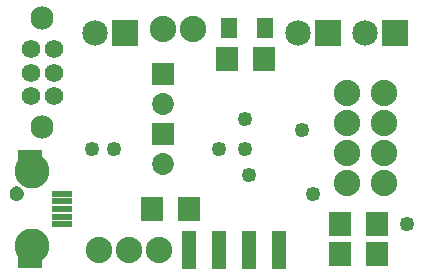
<source format=gbs>
G04 MADE WITH FRITZING*
G04 WWW.FRITZING.ORG*
G04 DOUBLE SIDED*
G04 HOLES PLATED*
G04 CONTOUR ON CENTER OF CONTOUR VECTOR*
%ASAXBY*%
%FSLAX23Y23*%
%MOIN*%
%OFA0B0*%
%SFA1.0B1.0*%
%ADD10C,0.015748*%
%ADD11C,0.061496*%
%ADD12C,0.077244*%
%ADD13C,0.116299*%
%ADD14C,0.049370*%
%ADD15C,0.072992*%
%ADD16C,0.088000*%
%ADD17C,0.085000*%
%ADD18R,0.072992X0.072992*%
%ADD19R,0.057244X0.065118*%
%ADD20R,0.072992X0.084803*%
%ADD21R,0.049370X0.128110*%
%ADD22R,0.065118X0.023780*%
%ADD23R,0.084803X0.080866*%
%ADD24R,0.085000X0.085000*%
%ADD25R,0.001000X0.001000*%
%LNMASK0*%
G90*
G70*
G54D10*
X21Y255D03*
G54D11*
X68Y580D03*
X146Y580D03*
X68Y659D03*
X146Y659D03*
X68Y737D03*
X146Y737D03*
G54D12*
X107Y840D03*
X107Y477D03*
G54D13*
X71Y80D03*
X71Y330D03*
G54D14*
X346Y405D03*
G54D15*
X509Y453D03*
X509Y355D03*
X509Y653D03*
X509Y555D03*
G54D14*
X1009Y255D03*
X784Y405D03*
X796Y317D03*
X696Y405D03*
X971Y467D03*
X784Y505D03*
X1321Y155D03*
X271Y405D03*
G54D16*
X496Y67D03*
X396Y67D03*
X296Y67D03*
X509Y805D03*
X609Y805D03*
X1246Y592D03*
X1246Y492D03*
X1246Y392D03*
X1246Y292D03*
X1121Y592D03*
X1121Y492D03*
X1121Y392D03*
X1121Y292D03*
G54D17*
X384Y792D03*
X284Y792D03*
X1059Y792D03*
X959Y792D03*
X1284Y792D03*
X1184Y792D03*
G54D18*
X509Y453D03*
X509Y653D03*
G54D19*
X848Y809D03*
X730Y809D03*
G54D20*
X1221Y55D03*
X1099Y55D03*
X1221Y155D03*
X1099Y155D03*
X596Y205D03*
X474Y205D03*
X846Y705D03*
X724Y705D03*
G54D21*
X596Y67D03*
X696Y67D03*
X796Y67D03*
X896Y67D03*
G54D22*
X171Y154D03*
X171Y256D03*
X171Y179D03*
X171Y205D03*
X171Y230D03*
G54D23*
X67Y47D03*
X67Y362D03*
G54D24*
X384Y792D03*
X1059Y792D03*
X1284Y792D03*
G54D25*
X16Y279D02*
X26Y279D01*
X13Y278D02*
X28Y278D01*
X11Y277D02*
X30Y277D01*
X9Y276D02*
X32Y276D01*
X8Y275D02*
X34Y275D01*
X7Y274D02*
X35Y274D01*
X5Y273D02*
X36Y273D01*
X4Y272D02*
X37Y272D01*
X3Y271D02*
X38Y271D01*
X3Y270D02*
X39Y270D01*
X2Y269D02*
X40Y269D01*
X1Y268D02*
X41Y268D01*
X0Y267D02*
X41Y267D01*
X0Y266D02*
X42Y266D01*
X0Y265D02*
X42Y265D01*
X0Y264D02*
X43Y264D01*
X0Y263D02*
X43Y263D01*
X0Y262D02*
X44Y262D01*
X0Y261D02*
X44Y261D01*
X0Y260D02*
X44Y260D01*
X0Y259D02*
X45Y259D01*
X0Y258D02*
X45Y258D01*
X0Y257D02*
X45Y257D01*
X0Y256D02*
X45Y256D01*
X0Y255D02*
X45Y255D01*
X0Y254D02*
X45Y254D01*
X0Y253D02*
X45Y253D01*
X0Y252D02*
X45Y252D01*
X0Y251D02*
X44Y251D01*
X0Y250D02*
X44Y250D01*
X0Y249D02*
X44Y249D01*
X0Y248D02*
X43Y248D01*
X0Y247D02*
X43Y247D01*
X0Y246D02*
X43Y246D01*
X0Y245D02*
X42Y245D01*
X0Y244D02*
X42Y244D01*
X1Y243D02*
X41Y243D01*
X1Y242D02*
X40Y242D01*
X2Y241D02*
X39Y241D01*
X3Y240D02*
X39Y240D01*
X4Y239D02*
X38Y239D01*
X5Y238D02*
X37Y238D01*
X6Y237D02*
X36Y237D01*
X7Y236D02*
X34Y236D01*
X8Y235D02*
X33Y235D01*
X10Y234D02*
X32Y234D01*
X12Y233D02*
X30Y233D01*
X14Y232D02*
X27Y232D01*
X17Y231D02*
X24Y231D01*
D02*
G04 End of Mask0*
M02*
</source>
